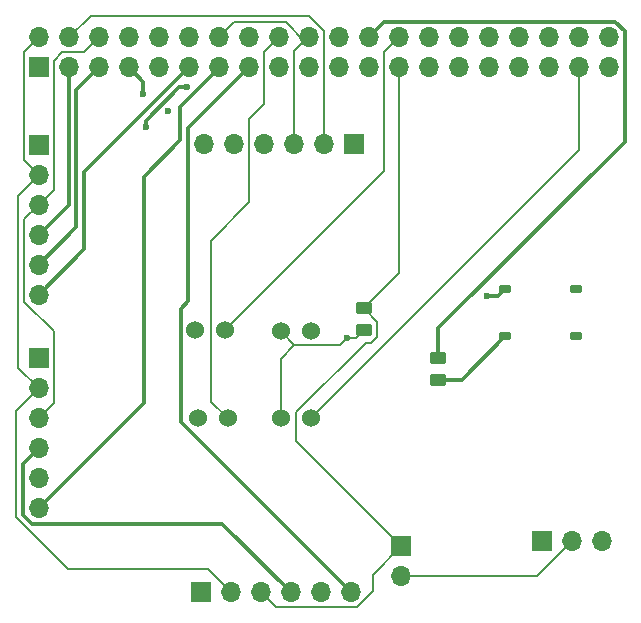
<source format=gbr>
%TF.GenerationSoftware,KiCad,Pcbnew,8.0.1*%
%TF.CreationDate,2024-10-12T17:53:39+09:00*%
%TF.ProjectId,Test2,54657374-322e-46b6-9963-61645f706362,rev?*%
%TF.SameCoordinates,Original*%
%TF.FileFunction,Copper,L1,Top*%
%TF.FilePolarity,Positive*%
%FSLAX46Y46*%
G04 Gerber Fmt 4.6, Leading zero omitted, Abs format (unit mm)*
G04 Created by KiCad (PCBNEW 8.0.1) date 2024-10-12 17:53:39*
%MOMM*%
%LPD*%
G01*
G04 APERTURE LIST*
G04 Aperture macros list*
%AMRoundRect*
0 Rectangle with rounded corners*
0 $1 Rounding radius*
0 $2 $3 $4 $5 $6 $7 $8 $9 X,Y pos of 4 corners*
0 Add a 4 corners polygon primitive as box body*
4,1,4,$2,$3,$4,$5,$6,$7,$8,$9,$2,$3,0*
0 Add four circle primitives for the rounded corners*
1,1,$1+$1,$2,$3*
1,1,$1+$1,$4,$5*
1,1,$1+$1,$6,$7*
1,1,$1+$1,$8,$9*
0 Add four rect primitives between the rounded corners*
20,1,$1+$1,$2,$3,$4,$5,0*
20,1,$1+$1,$4,$5,$6,$7,0*
20,1,$1+$1,$6,$7,$8,$9,0*
20,1,$1+$1,$8,$9,$2,$3,0*%
G04 Aperture macros list end*
%TA.AperFunction,ComponentPad*%
%ADD10R,1.700000X1.700000*%
%TD*%
%TA.AperFunction,ComponentPad*%
%ADD11O,1.700000X1.700000*%
%TD*%
%TA.AperFunction,SMDPad,CuDef*%
%ADD12RoundRect,0.250000X0.450000X-0.262500X0.450000X0.262500X-0.450000X0.262500X-0.450000X-0.262500X0*%
%TD*%
%TA.AperFunction,ComponentPad*%
%ADD13C,1.524000*%
%TD*%
%TA.AperFunction,SMDPad,CuDef*%
%ADD14RoundRect,0.187500X-0.312500X-0.187500X0.312500X-0.187500X0.312500X0.187500X-0.312500X0.187500X0*%
%TD*%
%TA.AperFunction,ViaPad*%
%ADD15C,0.600000*%
%TD*%
%TA.AperFunction,Conductor*%
%ADD16C,0.200000*%
%TD*%
%TA.AperFunction,Conductor*%
%ADD17C,0.300000*%
%TD*%
G04 APERTURE END LIST*
D10*
%TO.P,J1_GPIO4,1,Pin_1*%
%TO.N,unconnected-(J1_GPIO4-Pin_1-Pad1)*%
X15714000Y40220400D03*
D11*
%TO.P,J1_GPIO4,2,Pin_2*%
%TO.N,Net-(Fan1-Pin_2)*%
X13174000Y40220400D03*
%TO.P,J1_GPIO4,3,Pin_3*%
%TO.N,Net-(Fan1-Pin_1)*%
X10634000Y40220400D03*
%TO.P,J1_GPIO4,4,Pin_4*%
%TO.N,Net-(J1-SDA{slash}GPIO2)*%
X8094000Y40220400D03*
%TO.P,J1_GPIO4,5,Pin_5*%
%TO.N,Net-(J1-SCL{slash}GPIO3)*%
X5554000Y40220400D03*
%TO.P,J1_GPIO4,6,Pin_6*%
%TO.N,Net-(J1-GCLK0{slash}GPIO4)*%
X3014000Y40220400D03*
%TD*%
D10*
%TO.P,J2_GPIO17,1,Pin_1*%
%TO.N,unconnected-(J2_GPIO17-Pin_1-Pad1)*%
X-10981400Y40195000D03*
D11*
%TO.P,J2_GPIO17,2,Pin_2*%
%TO.N,Net-(Fan1-Pin_2)*%
X-10981400Y37655000D03*
%TO.P,J2_GPIO17,3,Pin_3*%
%TO.N,Net-(Fan1-Pin_1)*%
X-10981400Y35115000D03*
%TO.P,J2_GPIO17,4,Pin_4*%
%TO.N,Net-(J1-SDA{slash}GPIO2)*%
X-10981400Y32575000D03*
%TO.P,J2_GPIO17,5,Pin_5*%
%TO.N,Net-(J1-SCL{slash}GPIO3)*%
X-10981400Y30035000D03*
%TO.P,J2_GPIO17,6,Pin_6*%
%TO.N,Net-(J1-GPIO17)*%
X-10981400Y27495000D03*
%TD*%
%TO.P,J3_GPIO27,6,Pin_6*%
%TO.N,Net-(J1-GPIO27)*%
X-11006800Y9384800D03*
%TO.P,J3_GPIO27,5,Pin_5*%
%TO.N,Net-(J1-SCL{slash}GPIO3)*%
X-11006800Y11924800D03*
%TO.P,J3_GPIO27,4,Pin_4*%
%TO.N,Net-(J1-SDA{slash}GPIO2)*%
X-11006800Y14464800D03*
%TO.P,J3_GPIO27,3,Pin_3*%
%TO.N,Net-(Fan1-Pin_1)*%
X-11006800Y17004800D03*
%TO.P,J3_GPIO27,2,Pin_2*%
%TO.N,Net-(Fan1-Pin_2)*%
X-11006800Y19544800D03*
D10*
%TO.P,J3_GPIO27,1,Pin_1*%
%TO.N,unconnected-(J3_GPIO27-Pin_1-Pad1)*%
X-11006800Y22084800D03*
%TD*%
%TO.P,J4_GPIO22,1,Pin_1*%
%TO.N,unconnected-(J4_GPIO22-Pin_1-Pad1)*%
X2702100Y2305600D03*
D11*
%TO.P,J4_GPIO22,2,Pin_2*%
%TO.N,Net-(Fan1-Pin_2)*%
X5242100Y2305600D03*
%TO.P,J4_GPIO22,3,Pin_3*%
%TO.N,Net-(Fan1-Pin_1)*%
X7782100Y2305600D03*
%TO.P,J4_GPIO22,4,Pin_4*%
%TO.N,Net-(J1-SDA{slash}GPIO2)*%
X10322100Y2305600D03*
%TO.P,J4_GPIO22,5,Pin_5*%
%TO.N,Net-(J1-SCL{slash}GPIO3)*%
X12862100Y2305600D03*
%TO.P,J4_GPIO22,6,Pin_6*%
%TO.N,Net-(J1-GPIO22)*%
X15402100Y2305600D03*
%TD*%
D12*
%TO.P,R1,1*%
%TO.N,Net-(R1-Pad1)*%
X22800000Y20287500D03*
%TO.P,R1,2*%
%TO.N,Net-(J1-~{CE0}{slash}GPIO8)*%
X22800000Y22112500D03*
%TD*%
D10*
%TO.P,Fan1,1,Pin_1*%
%TO.N,Net-(Fan1-Pin_1)*%
X19700000Y6200000D03*
D11*
%TO.P,Fan1,2,Pin_2*%
%TO.N,Net-(Fan1-Pin_2)*%
X19700000Y3660000D03*
%TD*%
D13*
%TO.P,D1,1,K*%
%TO.N,Net-(D1-K)*%
X2230000Y24500000D03*
%TO.P,D1,2,A*%
%TO.N,Net-(D1-A)*%
X4770000Y24500000D03*
%TD*%
D12*
%TO.P,R2,1*%
%TO.N,Net-(D1-K)*%
X16500000Y24500000D03*
%TO.P,R2,2*%
%TO.N,Net-(Fan1-Pin_1)*%
X16500000Y26325000D03*
%TD*%
D14*
%TO.P,SW1_GPIO8,4*%
%TO.N,N/C*%
X34500000Y24000000D03*
%TO.P,SW1_GPIO8,3,3*%
%TO.N,Net-(R1-Pad1)*%
X28500000Y24000000D03*
%TO.P,SW1_GPIO8,2*%
%TO.N,N/C*%
X34500000Y28000000D03*
%TO.P,SW1_GPIO8,1,1*%
%TO.N,Net-(J1-3V3-Pad1)*%
X28500000Y28000000D03*
%TD*%
D13*
%TO.P,D4,1,K*%
%TO.N,Net-(D1-K)*%
X9460000Y17000000D03*
%TO.P,D4,2,A*%
%TO.N,Net-(D4-A)*%
X12000000Y17000000D03*
%TD*%
%TO.P,D2,1,K*%
%TO.N,Net-(D1-K)*%
X2460000Y17000000D03*
%TO.P,D2,2,A*%
%TO.N,Net-(D2-A)*%
X5000000Y17000000D03*
%TD*%
D10*
%TO.P,M1_GPIO23,1,PWM*%
%TO.N,Net-(J1-GPIO23)*%
X31560000Y6600000D03*
D11*
%TO.P,M1_GPIO23,2,+*%
%TO.N,Net-(Fan1-Pin_2)*%
X34100000Y6600000D03*
%TO.P,M1_GPIO23,3,-*%
%TO.N,Net-(Fan1-Pin_1)*%
X36640000Y6600000D03*
%TD*%
D13*
%TO.P,D3,1,K*%
%TO.N,Net-(D1-K)*%
X9460000Y24400000D03*
%TO.P,D3,2,A*%
%TO.N,Net-(D3-A)*%
X12000000Y24400000D03*
%TD*%
D10*
%TO.P,J1,1,3V3*%
%TO.N,Net-(J1-3V3-Pad1)*%
X-11000000Y46730000D03*
D11*
%TO.P,J1,2,5V*%
%TO.N,Net-(Fan1-Pin_2)*%
X-11000000Y49270000D03*
%TO.P,J1,3,SDA/GPIO2*%
%TO.N,Net-(J1-SDA{slash}GPIO2)*%
X-8460000Y46730000D03*
%TO.P,J1,4,5V*%
%TO.N,Net-(Fan1-Pin_2)*%
X-8460000Y49270000D03*
%TO.P,J1,5,SCL/GPIO3*%
%TO.N,Net-(J1-SCL{slash}GPIO3)*%
X-5920000Y46730000D03*
%TO.P,J1,6,GND*%
%TO.N,Net-(Fan1-Pin_1)*%
X-5920000Y49270000D03*
%TO.P,J1,7,GCLK0/GPIO4*%
%TO.N,Net-(J1-GCLK0{slash}GPIO4)*%
X-3380000Y46730000D03*
%TO.P,J1,8,GPIO14/TXD*%
%TO.N,unconnected-(J1-GPIO14{slash}TXD-Pad8)*%
X-3380000Y49270000D03*
%TO.P,J1,9,GND*%
%TO.N,Net-(Fan1-Pin_1)*%
X-840000Y46730000D03*
%TO.P,J1,10,GPIO15/RXD*%
%TO.N,unconnected-(J1-GPIO15{slash}RXD-Pad10)*%
X-840000Y49270000D03*
%TO.P,J1,11,GPIO17*%
%TO.N,Net-(J1-GPIO17)*%
X1700000Y46730000D03*
%TO.P,J1,12,GPIO18/PWM0*%
%TO.N,unconnected-(J1-GPIO18{slash}PWM0-Pad12)*%
X1700000Y49270000D03*
%TO.P,J1,13,GPIO27*%
%TO.N,Net-(J1-GPIO27)*%
X4240000Y46730000D03*
%TO.P,J1,14,GND*%
%TO.N,Net-(Fan1-Pin_1)*%
X4240000Y49270000D03*
%TO.P,J1,15,GPIO22*%
%TO.N,Net-(J1-GPIO22)*%
X6780000Y46730000D03*
%TO.P,J1,16,GPIO23*%
%TO.N,Net-(J1-GPIO23)*%
X6780000Y49270000D03*
%TO.P,J1,17,3V3*%
%TO.N,Net-(J1-3V3-Pad1)*%
X9320000Y46730000D03*
%TO.P,J1,18,GPIO24*%
%TO.N,Net-(D2-A)*%
X9320000Y49270000D03*
%TO.P,J1,19,MOSI0/GPIO10*%
%TO.N,unconnected-(J1-MOSI0{slash}GPIO10-Pad19)*%
X11860000Y46730000D03*
%TO.P,J1,20,GND*%
%TO.N,Net-(Fan1-Pin_1)*%
X11860000Y49270000D03*
%TO.P,J1,21,MISO0/GPIO9*%
%TO.N,unconnected-(J1-MISO0{slash}GPIO9-Pad21)*%
X14400000Y46730000D03*
%TO.P,J1,22,GPIO25*%
%TO.N,Net-(D3-A)*%
X14400000Y49270000D03*
%TO.P,J1,23,SCLK0/GPIO11*%
%TO.N,unconnected-(J1-SCLK0{slash}GPIO11-Pad23)*%
X16940000Y46730000D03*
%TO.P,J1,24,~{CE0}/GPIO8*%
%TO.N,Net-(J1-~{CE0}{slash}GPIO8)*%
X16940000Y49270000D03*
%TO.P,J1,25,GND*%
%TO.N,Net-(Fan1-Pin_1)*%
X19480000Y46730000D03*
%TO.P,J1,26,~{CE1}/GPIO7*%
%TO.N,Net-(D1-A)*%
X19480000Y49270000D03*
%TO.P,J1,27,ID_SD/GPIO0*%
%TO.N,unconnected-(J1-ID_SD{slash}GPIO0-Pad27)*%
X22020000Y46730000D03*
%TO.P,J1,28,ID_SC/GPIO1*%
%TO.N,unconnected-(J1-ID_SC{slash}GPIO1-Pad28)*%
X22020000Y49270000D03*
%TO.P,J1,29,GCLK1/GPIO5*%
%TO.N,unconnected-(J1-GCLK1{slash}GPIO5-Pad29)*%
X24560000Y46730000D03*
%TO.P,J1,30,GND*%
%TO.N,Net-(Fan1-Pin_1)*%
X24560000Y49270000D03*
%TO.P,J1,31,GCLK2/GPIO6*%
%TO.N,unconnected-(J1-GCLK2{slash}GPIO6-Pad31)*%
X27100000Y46730000D03*
%TO.P,J1,32,PWM0/GPIO12*%
%TO.N,unconnected-(J1-PWM0{slash}GPIO12-Pad32)*%
X27100000Y49270000D03*
%TO.P,J1,33,PWM1/GPIO13*%
%TO.N,unconnected-(J1-PWM1{slash}GPIO13-Pad33)*%
X29640000Y46730000D03*
%TO.P,J1,34,GND*%
%TO.N,Net-(Fan1-Pin_1)*%
X29640000Y49270000D03*
%TO.P,J1,35,GPIO19/MISO1*%
%TO.N,unconnected-(J1-GPIO19{slash}MISO1-Pad35)*%
X32180000Y46730000D03*
%TO.P,J1,36,GPIO16*%
%TO.N,unconnected-(J1-GPIO16-Pad36)*%
X32180000Y49270000D03*
%TO.P,J1,37,GPIO26*%
%TO.N,Net-(D4-A)*%
X34720000Y46730000D03*
%TO.P,J1,38,GPIO20/MOSI1*%
%TO.N,unconnected-(J1-GPIO20{slash}MOSI1-Pad38)*%
X34720000Y49270000D03*
%TO.P,J1,39,GND*%
%TO.N,Net-(Fan1-Pin_1)*%
X37260000Y46730000D03*
%TO.P,J1,40,GPIO21/SCLK1*%
%TO.N,unconnected-(J1-GPIO21{slash}SCLK1-Pad40)*%
X37260000Y49270000D03*
%TD*%
D15*
%TO.N,Net-(J1-3V3-Pad1)*%
X26954000Y27396000D03*
X-1938900Y41653300D03*
X1545600Y45063400D03*
%TO.N,Net-(D1-K)*%
X15096000Y23823000D03*
%TO.N,Net-(J1-GCLK0{slash}GPIO4)*%
X-29000Y43067600D03*
X-2174000Y44514900D03*
%TD*%
D16*
%TO.N,Net-(D4-A)*%
X34720000Y39720000D02*
X12000000Y17000000D01*
X34720000Y46730000D02*
X34720000Y39720000D01*
%TO.N,Net-(D2-A)*%
X3561100Y18438900D02*
X5000000Y17000000D01*
X3561100Y32056000D02*
X3561100Y18438900D01*
X6824100Y35319000D02*
X3561100Y32056000D01*
X6824100Y42396800D02*
X6824100Y35319000D01*
X8050000Y43622700D02*
X6824100Y42396800D01*
X8050000Y48000000D02*
X8050000Y43622700D01*
X9320000Y49270000D02*
X8050000Y48000000D01*
D17*
%TO.N,Net-(J1-3V3-Pad1)*%
X27896000Y27396000D02*
X28500000Y28000000D01*
X26954000Y27396000D02*
X27896000Y27396000D01*
X-1938900Y42230500D02*
X-1938900Y41653300D01*
X894000Y45063400D02*
X-1938900Y42230500D01*
X1545600Y45063400D02*
X894000Y45063400D01*
D16*
%TO.N,Net-(D1-K)*%
X15823000Y23823000D02*
X15096000Y23823000D01*
X16500000Y24500000D02*
X15823000Y23823000D01*
X9460000Y22062200D02*
X9460000Y17000000D01*
X10628900Y23231100D02*
X9460000Y22062200D01*
X14504100Y23231100D02*
X10628900Y23231100D01*
X15096000Y23823000D02*
X14504100Y23231100D01*
X10628900Y23231100D02*
X9460000Y24400000D01*
%TO.N,Net-(Fan1-Pin_2)*%
X31160000Y3660000D02*
X19700000Y3660000D01*
X34100000Y6600000D02*
X31160000Y3660000D01*
X-12251700Y38925300D02*
X-10981400Y37655000D01*
X-12251700Y48018300D02*
X-12251700Y38925300D01*
X-11000000Y49270000D02*
X-12251700Y48018300D01*
X-12776700Y21314700D02*
X-11006800Y19544800D01*
X-12776700Y35859700D02*
X-12776700Y21314700D01*
X-10981400Y37655000D02*
X-12776700Y35859700D01*
X3293100Y4254600D02*
X5242100Y2305600D01*
X-8517600Y4254600D02*
X3293100Y4254600D01*
X-12899500Y8636500D02*
X-8517600Y4254600D01*
X-12899500Y17652100D02*
X-12899500Y8636500D01*
X-11006800Y19544800D02*
X-12899500Y17652100D01*
X13130000Y40264400D02*
X13174000Y40220400D01*
X13130000Y49798600D02*
X13130000Y40264400D01*
X11827000Y51101600D02*
X13130000Y49798600D01*
X-6628400Y51101600D02*
X11827000Y51101600D01*
X-8460000Y49270000D02*
X-6628400Y51101600D01*
D17*
%TO.N,Net-(R1-Pad1)*%
X24787500Y20287500D02*
X22800000Y20287500D01*
X28500000Y24000000D02*
X24787500Y20287500D01*
%TO.N,Net-(J1-SDA{slash}GPIO2)*%
X-12329800Y13141800D02*
X-11006800Y14464800D01*
X-12329800Y11752800D02*
X-12329800Y13141800D01*
X-12331300Y11751300D02*
X-12329800Y11752800D01*
X-12331300Y8860000D02*
X-12331300Y11751300D01*
X-11554400Y8083100D02*
X-12331300Y8860000D01*
X4544600Y8083100D02*
X-11554400Y8083100D01*
X10322100Y2305600D02*
X4544600Y8083100D01*
X-8460000Y35096400D02*
X-10981400Y32575000D01*
X-8460000Y46730000D02*
X-8460000Y35096400D01*
%TO.N,Net-(J1-GCLK0{slash}GPIO4)*%
X-2174000Y45524000D02*
X-3380000Y46730000D01*
X-2174000Y44514900D02*
X-2174000Y45524000D01*
%TO.N,Net-(J1-~{CE0}{slash}GPIO8)*%
X22800000Y24636000D02*
X22800000Y22112500D01*
X38584300Y40420300D02*
X22800000Y24636000D01*
X38584300Y49794000D02*
X38584300Y40420300D01*
X37795300Y50583000D02*
X38584300Y49794000D01*
X18253000Y50583000D02*
X37795300Y50583000D01*
X16940000Y49270000D02*
X18253000Y50583000D01*
%TO.N,Net-(J1-GPIO27)*%
X4240000Y46694700D02*
X4240000Y46730000D01*
X947200Y43401900D02*
X4240000Y46694700D01*
X947200Y40549400D02*
X947200Y43401900D01*
X-2117000Y37485200D02*
X947200Y40549400D01*
X-2117000Y18274600D02*
X-2117000Y37485200D01*
X-11006800Y9384800D02*
X-2117000Y18274600D01*
%TO.N,Net-(J1-SCL{slash}GPIO3)*%
X-7838200Y44811800D02*
X-5920000Y46730000D01*
X-7838200Y33178200D02*
X-7838200Y44811800D01*
X-10981400Y30035000D02*
X-7838200Y33178200D01*
D16*
%TO.N,Net-(Fan1-Pin_1)*%
X19480000Y29305000D02*
X19480000Y46730000D01*
X16500000Y26325000D02*
X19480000Y29305000D01*
X11576300Y48986300D02*
X11860000Y49270000D01*
X11474000Y48986300D02*
X11576300Y48986300D01*
X10590000Y48102300D02*
X11474000Y48986300D01*
X10590000Y40264400D02*
X10590000Y48102300D01*
X10634000Y40220400D02*
X10590000Y40264400D01*
X-9729700Y36366700D02*
X-10981400Y35115000D01*
X-9729700Y47296800D02*
X-9729700Y36366700D01*
X-9026500Y48000000D02*
X-9729700Y47296800D01*
X-7190000Y48000000D02*
X-9026500Y48000000D01*
X-5920000Y49270000D02*
X-7190000Y48000000D01*
X-9717000Y18294600D02*
X-11006800Y17004800D01*
X-9717000Y24386500D02*
X-9717000Y18294600D01*
X-12233100Y26902600D02*
X-9717000Y24386500D01*
X-12233100Y33863300D02*
X-12233100Y26902600D01*
X-10981400Y35115000D02*
X-12233100Y33863300D01*
X9911200Y50549100D02*
X11474000Y48986300D01*
X5519100Y50549100D02*
X9911200Y50549100D01*
X4240000Y49270000D02*
X5519100Y50549100D01*
X17615300Y25209700D02*
X16500000Y26325000D01*
X17615300Y23865900D02*
X17615300Y25209700D01*
X17137500Y23388100D02*
X17615300Y23865900D01*
X16674100Y23388100D02*
X17137500Y23388100D01*
X10799800Y17513800D02*
X16674100Y23388100D01*
X10799800Y15100200D02*
X10799800Y17513800D01*
X19700000Y6200000D02*
X10799800Y15100200D01*
X9045000Y1042700D02*
X7782100Y2305600D01*
X15924700Y1042700D02*
X9045000Y1042700D01*
X17274300Y2392300D02*
X15924700Y1042700D01*
X17274300Y3774300D02*
X17274300Y2392300D01*
X19700000Y6200000D02*
X17274300Y3774300D01*
D17*
%TO.N,Net-(J1-GPIO22)*%
X998500Y16709200D02*
X15402100Y2305600D01*
X998500Y26283300D02*
X998500Y16709200D01*
X1630600Y26915400D02*
X998500Y26283300D01*
X1630600Y41580600D02*
X1630600Y26915400D01*
X6780000Y46730000D02*
X1630600Y41580600D01*
D16*
%TO.N,Net-(D1-A)*%
X18210000Y37940000D02*
X4770000Y24500000D01*
X18210000Y48000000D02*
X18210000Y37940000D01*
X19480000Y49270000D02*
X18210000Y48000000D01*
D17*
%TO.N,Net-(J1-GPIO17)*%
X-7148700Y37881300D02*
X1700000Y46730000D01*
X-7148700Y31327700D02*
X-7148700Y37881300D01*
X-10981400Y27495000D02*
X-7148700Y31327700D01*
%TD*%
M02*

</source>
